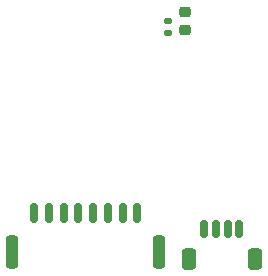
<source format=gbr>
%TF.GenerationSoftware,KiCad,Pcbnew,(6.0.0-0)*%
%TF.CreationDate,2023-03-06T19:24:07-05:00*%
%TF.ProjectId,module_dev3,6d6f6475-6c65-45f6-9465-76332e6b6963,rev?*%
%TF.SameCoordinates,Original*%
%TF.FileFunction,Paste,Top*%
%TF.FilePolarity,Positive*%
%FSLAX46Y46*%
G04 Gerber Fmt 4.6, Leading zero omitted, Abs format (unit mm)*
G04 Created by KiCad (PCBNEW (6.0.0-0)) date 2023-03-06 19:24:07*
%MOMM*%
%LPD*%
G01*
G04 APERTURE LIST*
G04 Aperture macros list*
%AMRoundRect*
0 Rectangle with rounded corners*
0 $1 Rounding radius*
0 $2 $3 $4 $5 $6 $7 $8 $9 X,Y pos of 4 corners*
0 Add a 4 corners polygon primitive as box body*
4,1,4,$2,$3,$4,$5,$6,$7,$8,$9,$2,$3,0*
0 Add four circle primitives for the rounded corners*
1,1,$1+$1,$2,$3*
1,1,$1+$1,$4,$5*
1,1,$1+$1,$6,$7*
1,1,$1+$1,$8,$9*
0 Add four rect primitives between the rounded corners*
20,1,$1+$1,$2,$3,$4,$5,0*
20,1,$1+$1,$4,$5,$6,$7,0*
20,1,$1+$1,$6,$7,$8,$9,0*
20,1,$1+$1,$8,$9,$2,$3,0*%
G04 Aperture macros list end*
%ADD10RoundRect,0.150000X0.150000X0.625000X-0.150000X0.625000X-0.150000X-0.625000X0.150000X-0.625000X0*%
%ADD11RoundRect,0.250000X0.350000X0.650000X-0.350000X0.650000X-0.350000X-0.650000X0.350000X-0.650000X0*%
%ADD12RoundRect,0.150000X0.150000X0.700000X-0.150000X0.700000X-0.150000X-0.700000X0.150000X-0.700000X0*%
%ADD13RoundRect,0.250000X0.250000X1.150000X-0.250000X1.150000X-0.250000X-1.150000X0.250000X-1.150000X0*%
%ADD14RoundRect,0.135000X-0.185000X0.135000X-0.185000X-0.135000X0.185000X-0.135000X0.185000X0.135000X0*%
%ADD15RoundRect,0.218750X-0.256250X0.218750X-0.256250X-0.218750X0.256250X-0.218750X0.256250X0.218750X0*%
G04 APERTURE END LIST*
D10*
%TO.C,J5*%
X112320000Y-82995000D03*
X111320000Y-82995000D03*
X110320000Y-82995000D03*
X109320000Y-82995000D03*
D11*
X108020000Y-85520000D03*
X113620000Y-85520000D03*
%TD*%
D12*
%TO.C,J6*%
X103689000Y-81616000D03*
X102439000Y-81616000D03*
X101189000Y-81616000D03*
X99939000Y-81616000D03*
X98689000Y-81616000D03*
X97439000Y-81616000D03*
X96189000Y-81616000D03*
X94939000Y-81616000D03*
D13*
X93089000Y-84966000D03*
X105539000Y-84966000D03*
%TD*%
D14*
%TO.C,R1*%
X106299000Y-65403000D03*
X106299000Y-66423000D03*
%TD*%
D15*
%TO.C,D1*%
X107696000Y-64612500D03*
X107696000Y-66187500D03*
%TD*%
M02*

</source>
